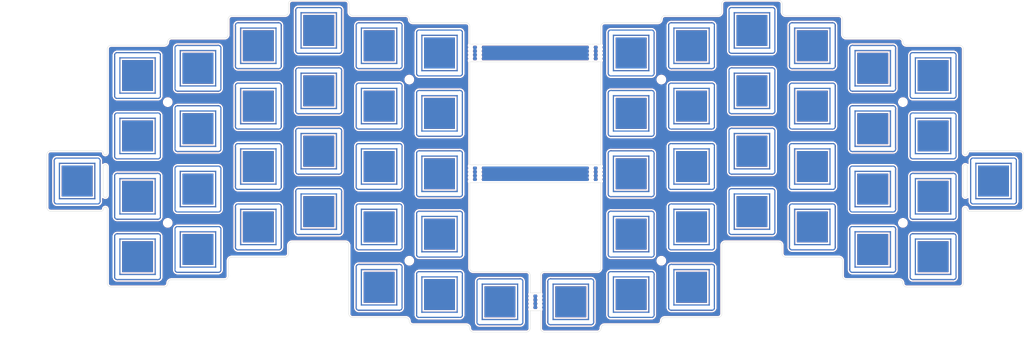
<source format=kicad_pcb>
(kicad_pcb (version 20211014) (generator pcbnew)
  (layers (0 "F.Cu" signal) (31 "B.Cu" signal) (34 "B.Paste" user) (35 "F.Paste" user) (36 "B.SilkS" user "B.Silkscreen") (37 "F.SilkS" user "F.Silkscreen") (38 "B.Mask" user) (39 "F.Mask" user) (44 "Edge.Cuts" user))
  (net 0 "")
  (footprint "jiran-ble-lite:Hole_Mount_M2" (layer "F.Cu") (at 167.005 111.506)
    (fp_text reference "H2" hide)
    (fp_text value "Hole_Mount_M2" hide)
    (pad "" np_thru_hole circle (at 0 0) (size 2.1 2.1) (drill 2.1) (layers *.Cu *.Mask))
  )
  (footprint "jiran-ble-lite:Mx_Cutout_1u" (layer "F.Cu") (at 176.53 160.274)
    (fp_text reference "REF**")
    (fp_text value "mx_cutout_1u")
    (pad "" thru_hole oval (at -6.4 0 270) (size 14.8 2) (drill oval 14 1.2) (layers *.Cu *.Mask))
    (pad "" thru_hole oval (at 6.4 -0.01 270) (size 14.8 2) (drill oval 14 1.2) (layers *.Cu *.Mask))
    (pad "" thru_hole oval (at 0 6.4) (size 14.8 2) (drill oval 14 1.2) (layers *.Cu *.Mask))
    (pad "" thru_hole oval (at 0 -6.4) (size 14.8 2) (drill oval 14 1.2) (layers *.Cu *.Mask))
  )
  (footprint "jiran-ble-lite:Mx_Cutout_1u" (layer "F.Cu") (at 100.33 146.05)
    (fp_text reference "REF**")
    (fp_text value "mx_cutout_1u")
    (pad "" thru_hole oval (at 0 -6.4) (size 14.8 2) (drill oval 14 1.2) (layers *.Cu *.Mask))
    (pad "" thru_hole oval (at 0 6.4) (size 14.8 2) (drill oval 14 1.2) (layers *.Cu *.Mask))
    (pad "" thru_hole oval (at 6.4 -0.01 270) (size 14.8 2) (drill oval 14 1.2) (layers *.Cu *.Mask))
    (pad "" thru_hole oval (at -6.4 0 270) (size 14.8 2) (drill oval 14 1.2) (layers *.Cu *.Mask))
  )
  (footprint "jiran-ble-lite:Mx_Cutout_1u" (layer "F.Cu") (at 119.38 157.988)
    (fp_text reference "REF**")
    (fp_text value "mx_cutout_1u")
    (pad "" thru_hole oval (at 0 -6.4) (size 14.8 2) (drill oval 14 1.2) (layers *.Cu *.Mask))
    (pad "" thru_hole oval (at 6.4 -0.01 270) (size 14.8 2) (drill oval 14 1.2) (layers *.Cu *.Mask))
    (pad "" thru_hole oval (at 0 6.4) (size 14.8 2) (drill oval 14 1.2) (layers *.Cu *.Mask))
    (pad "" thru_hole oval (at -6.4 0 270) (size 14.8 2) (drill oval 14 1.2) (layers *.Cu *.Mask))
  )
  (footprint "jiran-ble-lite:Hole_Mount_M4" (layer "F.Cu") (at 71.755 138.811)
    (fp_text reference "REF**" hide)
    (fp_text value "Hole_Mount_M4" hide)
  )
  (footprint "jiran-ble-lite:Mx_Cutout_1u" (layer "F.Cu") (at 157.48 157.988)
    (fp_text reference "REF**")
    (fp_text value "mx_cutout_1u")
    (pad "" thru_hole oval (at -6.4 0 270) (size 14.8 2) (drill oval 14 1.2) (layers *.Cu *.Mask))
    (pad "" thru_hole oval (at 6.4 -0.01 270) (size 14.8 2) (drill oval 14 1.2) (layers *.Cu *.Mask))
    (pad "" thru_hole oval (at 0 -6.4) (size 14.8 2) (drill oval 14 1.2) (layers *.Cu *.Mask))
    (pad "" thru_hole oval (at 0 6.4) (size 14.8 2) (drill oval 14 1.2) (layers *.Cu *.Mask))
  )
  (footprint "jiran-ble-lite:Mx_Cutout_1u" (layer "F.Cu") (at 157.48 100.838)
    (fp_text reference "REF**")
    (fp_text value "mx_cutout_1u")
    (pad "" thru_hole oval (at 6.4 -0.01 270) (size 14.8 2) (drill oval 14 1.2) (layers *.Cu *.Mask))
    (pad "" thru_hole oval (at -6.4 0 270) (size 14.8 2) (drill oval 14 1.2) (layers *.Cu *.Mask))
    (pad "" thru_hole oval (at 0 6.4) (size 14.8 2) (drill oval 14 1.2) (layers *.Cu *.Mask))
    (pad "" thru_hole oval (at 0 -6.4) (size 14.8 2) (drill oval 14 1.2) (layers *.Cu *.Mask))
  )
  (footprint "jiran-ble-lite:Mx_Cutout_1u" (layer "F.Cu") (at 138.43 96.012)
    (fp_text reference "REF**")
    (fp_text value "mx_cutout_1u")
    (pad "" thru_hole oval (at 0 -6.4) (size 14.8 2) (drill oval 14 1.2) (layers *.Cu *.Mask))
    (pad "" thru_hole oval (at 0 6.4) (size 14.8 2) (drill oval 14 1.2) (layers *.Cu *.Mask))
    (pad "" thru_hole oval (at 6.4 -0.01 270) (size 14.8 2) (drill oval 14 1.2) (layers *.Cu *.Mask))
    (pad "" thru_hole oval (at -6.4 0 270) (size 14.8 2) (drill oval 14 1.2) (layers *.Cu *.Mask))
  )
  (footprint "jiran-ble-lite:Mx_Cutout_1u" (layer "F.Cu") (at 138.43 153.162)
    (fp_text reference "REF**")
    (fp_text value "mx_cutout_1u")
    (pad "" thru_hole oval (at 0 -6.4) (size 14.8 2) (drill oval 14 1.2) (layers *.Cu *.Mask))
    (pad "" thru_hole oval (at 6.4 -0.01 270) (size 14.8 2) (drill oval 14 1.2) (layers *.Cu *.Mask))
    (pad "" thru_hole oval (at -6.4 0 270) (size 14.8 2) (drill oval 14 1.2) (layers *.Cu *.Mask))
    (pad "" thru_hole oval (at 0 6.4) (size 14.8 2) (drill oval 14 1.2) (layers *.Cu *.Mask))
  )
  (footprint "jiran-ble-lite:Mx_Cutout_1u" (layer "F.Cu") (at 81.28 110.236)
    (fp_text reference "REF**")
    (fp_text value "mx_cutout_1u")
    (pad "" thru_hole oval (at 6.4 -0.01 270) (size 14.8 2) (drill oval 14 1.2) (layers *.Cu *.Mask))
    (pad "" thru_hole oval (at 0 -6.4) (size 14.8 2) (drill oval 14 1.2) (layers *.Cu *.Mask))
    (pad "" thru_hole oval (at -6.4 0 270) (size 14.8 2) (drill oval 14 1.2) (layers *.Cu *.Mask))
    (pad "" thru_hole oval (at 0 6.4) (size 14.8 2) (drill oval 14 1.2) (layers *.Cu *.Mask))
  )
  (footprint "jiran-ble-lite:Mx_Cutout_1u" (layer "F.Cu") (at 81.28 148.336)
    (fp_text reference "REF**")
    (fp_text value "mx_cutout_1u")
    (pad "" thru_hole oval (at 0 -6.4) (size 14.8 2) (drill oval 14 1.2) (layers *.Cu *.Mask))
    (pad "" thru_hole oval (at 0 6.4) (size 14.8 2) (drill oval 14 1.2) (layers *.Cu *.Mask))
    (pad "" thru_hole oval (at -6.4 0 270) (size 14.8 2) (drill oval 14 1.2) (layers *.Cu *.Mask))
    (pad "" thru_hole oval (at 6.4 -0.01 270) (size 14.8 2) (drill oval 14 1.2) (layers *.Cu *.Mask))
  )
  (footprint "jiran-ble-lite:Mx_Cutout_1u" (layer "F.Cu") (at 100.33 165.1)
    (fp_text reference "REF**")
    (fp_text value "mx_cutout_1u")
    (pad "" thru_hole oval (at 6.4 -0.01 270) (size 14.8 2) (drill oval 14 1.2) (layers *.Cu *.Mask))
    (pad "" thru_hole oval (at 0 6.4) (size 14.8 2) (drill oval 14 1.2) (layers *.Cu *.Mask))
    (pad "" thru_hole oval (at 0 -6.4) (size 14.8 2) (drill oval 14 1.2) (layers *.Cu *.Mask))
    (pad "" thru_hole oval (at -6.4 0 270) (size 14.8 2) (drill oval 14 1.2) (layers *.Cu *.Mask))
  )
  (footprint "jiran-ble-lite:Mx_Cutout_1u" (layer "F.Cu") (at 157.48 119.888)
    (fp_text reference "REF**")
    (fp_text value "mx_cutout_1u")
    (pad "" thru_hole oval (at 0 6.4) (size 14.8 2) (drill oval 14 1.2) (layers *.Cu *.Mask))
    (pad "" thru_hole oval (at -6.4 0 270) (size 14.8 2) (drill oval 14 1.2) (layers *.Cu *.Mask))
    (pad "" thru_hole oval (at 6.4 -0.01 270) (size 14.8 2) (drill oval 14 1.2) (layers *.Cu *.Mask))
    (pad "" thru_hole oval (at 0 -6.4) (size 14.8 2) (drill oval 14 1.2) (layers *.Cu *.Mask))
  )
  (footprint "jiran-ble-lite:Hole_Mount_M2" (layer "F.Cu") (at 90.805 118.618)
    (fp_text reference "H3" hide)
    (fp_text value "Hole_Mount_M2" hide)
    (pad "" np_thru_hole circle (at 0 0) (size 2.1 2.1) (drill 2.1) (layers *.Cu *.Mask))
  )
  (footprint "jiran-ble-lite:Mx_Cutout_1u" (layer "F.Cu") (at 176.53 122.174)
    (fp_text reference "REF**")
    (fp_text value "mx_cutout_1u")
    (pad "" thru_hole oval (at 0 -6.4) (size 14.8 2) (drill oval 14 1.2) (layers *.Cu *.Mask))
    (pad "" thru_hole oval (at -6.4 0 270) (size 14.8 2) (drill oval 14 1.2) (layers *.Cu *.Mask))
    (pad "" thru_hole oval (at 0 6.4) (size 14.8 2) (drill oval 14 1.2) (layers *.Cu *.Mask))
    (pad "" thru_hole oval (at 6.4 -0.01 270) (size 14.8 2) (drill oval 14 1.2) (layers *.Cu *.Mask))
  )
  (footprint "jiran-ble-lite:Mx_Cutout_1u" (layer "F.Cu") (at 176.53 179.324)
    (fp_text reference "REF**")
    (fp_text value "mx_cutout_1u")
    (pad "" thru_hole oval (at 0 6.4) (size 14.8 2) (drill oval 14 1.2) (layers *.Cu *.Mask))
    (pad "" thru_hole oval (at -6.4 0 270) (size 14.8 2) (drill oval 14 1.2) (layers *.Cu *.Mask))
    (pad "" thru_hole oval (at 6.4 -0.01 270) (size 14.8 2) (drill oval 14 1.2) (layers *.Cu *.Mask))
    (pad "" thru_hole oval (at 0 -6.4) (size 14.8 2) (drill oval 14 1.2) (layers *.Cu *.Mask))
  )
  (footprint "jiran-ble-lite:Mx_Cutout_1u" (layer "F.Cu") (at 157.48 177.038)
    (fp_text reference "REF**")
    (fp_text value "mx_cutout_1u")
    (pad "" thru_hole oval (at 0 6.4) (size 14.8 2) (drill oval 14 1.2) (layers *.Cu *.Mask))
    (pad "" thru_hole oval (at -6.4 0 270) (size 14.8 2) (drill oval 14 1.2) (layers *.Cu *.Mask))
    (pad "" thru_hole oval (at 6.4 -0.01 270) (size 14.8 2) (drill oval 14 1.2) (layers *.Cu *.Mask))
    (pad "" thru_hole oval (at 0 -6.4) (size 14.8 2) (drill oval 14 1.2) (layers *.Cu *.Mask))
  )
  (footprint "jiran-ble-lite:Mx_Cutout_1u" (layer "F.Cu") (at 100.33 127)
    (fp_text reference "REF**")
    (fp_text value "mx_cutout_1u")
    (pad "" thru_hole oval (at 0 6.4) (size 14.8 2) (drill oval 14 1.2) (layers *.Cu *.Mask))
    (pad "" thru_hole oval (at 6.4 -0.01 270) (size 14.8 2) (drill oval 14 1.2) (layers *.Cu *.Mask))
    (pad "" thru_hole oval (at 0 -6.4) (size 14.8 2) (drill oval 14 1.2) (layers *.Cu *.Mask))
    (pad "" thru_hole oval (at -6.4 0 270) (size 14.8 2) (drill oval 14 1.2) (layers *.Cu *.Mask))
  )
  (footprint "jiran-ble-lite:Mx_Cutout_1u" (layer "F.Cu") (at 195.58 181.61)
    (fp_text reference "REF**")
    (fp_text value "mx_cutout_1u")
    (pad "" thru_hole oval (at 6.4 -0.01 270) (size 14.8 2) (drill oval 14 1.2) (layers *.Cu *.Mask))
    (pad "" thru_hole oval (at -6.4 0 270) (size 14.8 2) (drill oval 14 1.2) (layers *.Cu *.Mask))
    (pad "" thru_hole oval (at 0 -6.4) (size 14.8 2) (drill oval 14 1.2) (layers *.Cu *.Mask))
    (pad "" thru_hole oval (at 0 6.4) (size 14.8 2) (drill oval 14 1.2) (layers *.Cu *.Mask))
  )
  (footprint "jiran-ble-lite:Mx_Cutout_1u" (layer "F.Cu") (at 81.28 129.286)
    (fp_text reference "REF**")
    (fp_text value "mx_cutout_1u")
    (pad "" thru_hole oval (at 0 -6.4) (size 14.8 2) (drill oval 14 1.2) (layers *.Cu *.Mask))
    (pad "" thru_hole oval (at 6.4 -0.01 270) (size 14.8 2) (drill oval 14 1.2) (layers *.Cu *.Mask))
    (pad "" thru_hole oval (at 0 6.4) (size 14.8 2) (drill oval 14 1.2) (layers *.Cu *.Mask))
    (pad "" thru_hole oval (at -6.4 0 270) (size 14.8 2) (drill oval 14 1.2) (layers *.Cu *.Mask))
  )
  (footprint "jiran-ble-lite:Mx_Cutout_1u" (layer "F.Cu") (at 119.38 138.938)
    (fp_text reference "REF**")
    (fp_text value "mx_cutout_1u")
    (pad "" thru_hole oval (at 6.4 -0.01 270) (size 14.8 2) (drill oval 14 1.2) (layers *.Cu *.Mask))
    (pad "" thru_hole oval (at 0 6.4) (size 14.8 2) (drill oval 14 1.2) (layers *.Cu *.Mask))
    (pad "" thru_hole oval (at 0 -6.4) (size 14.8 2) (drill oval 14 1.2) (layers *.Cu *.Mask))
    (pad "" thru_hole oval (at -6.4 0 270) (size 14.8 2) (drill oval 14 1.2) (layers *.Cu *.Mask))
  )
  (footprint "jiran-ble-lite:Panel_2x5" (layer "F.Cu") (at 187.706 141.224 90)
    (fp_text reference "REF**" hide)
    (fp_text value "Panel_2x5" hide)
    (pad "" np_thru_hole circle (at 2.3814 -1.38915 90) (size 0.8 0.8) (drill 0.8) (layers *.Cu *.Mask))
    (pad "" np_thru_hole circle (at 2.3814 1.38915 90) (size 0.8 0.8) (drill 0.8) (layers *.Cu *.Mask))
    (pad "" np_thru_hole circle (at -2.3814 1.38915 90) (size 0.8 0.8) (drill 0.8) (layers *.Cu *.Mask))
    (pad "" np_thru_hole circle (at -1.1907 -1.38915 90) (size 0.8 0.8) (drill 0.8) (layers *.Cu *.Mask))
    (pad "" np_thru_hole circle (at -2.3814 -1.38915 90) (size 0.8 0.8) (drill 0.8) (layers *.Cu *.Mask))
    (pad "" np_thru_hole circle (at 1.1907 1.38915 90) (size 0.8 0.8) (drill 0.8) (layers *.Cu *.Mask))
    (pad "" np_thru_hole circle (at 0 -1.38915 90) (size 0.8 0.8) (drill 0.8) (layers *.Cu *.Mask))
    (pad "" np_thru_hole circle (at 0 1.38915 90) (size 0.8 0.8) (drill 0.8) (layers *.Cu *.Mask))
    (pad "" np_thru_hole circle (at -1.1907 1.38915 90) (size 0.8 0.8) (drill 0.8) (layers *.Cu *.Mask))
    (pad "" np_thru_hole circle (at 1.1907 -1.38915 90) (size 0.8 0.8) (drill 0.8) (layers *.Cu *.Mask))
  )
  (footprint "jiran-ble-lite:Mx_Cutout_1u" (layer "F.Cu") (at 138.43 134.112)
    (fp_text reference "REF**")
    (fp_text value "mx_cutout_1u")
    (pad "" thru_hole oval (at -6.4 0 270) (size 14.8 2) (drill oval 14 1.2) (layers *.Cu *.Mask))
    (pad "" thru_hole oval (at 0 6.4) (size 14.8 2) (drill oval 14 1.2) (layers *.Cu *.Mask))
    (pad "" thru_hole oval (at 0 -6.4) (size 14.8 2) (drill oval 14 1.2) (layers *.Cu *.Mask))
    (pad "" thru_hole oval (at 6.4 -0.01 270) (size 14.8 2) (drill oval 14 1.2) (layers *.Cu *.Mask))
  )
  (footprint "jiran-ble-lite:Mx_Cutout_1u" (layer "F.Cu") (at 138.43 115.062)
    (fp_text reference "REF**")
    (fp_text value "mx_cutout_1u")
    (pad "" thru_hole oval (at 0 -6.4) (size 14.8 2) (drill oval 14 1.2) (layers *.Cu *.Mask))
    (pad "" thru_hole oval (at 0 6.4) (size 14.8 2) (drill oval 14 1.2) (layers *.Cu *.Mask))
    (pad "" thru_hole oval (at -6.4 0 270) (size 14.8 2) (drill oval 14 1.2) (layers *.Cu *.Mask))
    (pad "" thru_hole oval (at 6.4 -0.01 270) (size 14.8 2) (drill oval 14 1.2) (layers *.Cu *.Mask))
  )
  (footprint "jiran-ble-lite:Panel_2x5" (layer "F.Cu") (at 187.706 103.124 90)
    (fp_text reference "REF**" hide)
    (fp_text value "Panel_2x5" hide)
    (pad "" np_thru_hole circle (at 2.3814 -1.38915 90) (size 0.8 0.8) (drill 0.8) (layers *.Cu *.Mask))
    (pad "" np_thru_hole circle (at 1.1907 1.38915 90) (size 0.8 0.8) (drill 0.8) (layers *.Cu *.Mask))
    (pad "" np_thru_hole circle (at -1.1907 1.38915 90) (size 0.8 0.8) (drill 0.8) (layers *.Cu *.Mask))
    (pad "" np_thru_hole circle (at -1.1907 -1.38915 90) (size 0.8 0.8) (drill 0.8) (layers *.Cu *.Mask))
    (pad "" np_thru_hole circle (at 0 -1.38915 90) (size 0.8 0.8) (drill 0.8) (layers *.Cu *.Mask))
    (pad "" np_thru_hole circle (at 1.1907 -1.38915 90) (size 0.8 0.8) (drill 0.8) (layers *.Cu *.Mask))
    (pad "" np_thru_hole circle (at -2.3814 -1.38915 90) (size 0.8 0.8) (drill 0.8) (layers *.Cu *.Mask))
    (pad "" np_thru_hole circle (at -2.3814 1.38915 90) (size 0.8 0.8) (drill 0.8) (layers *.Cu *.Mask))
    (pad "" np_thru_hole circle (at 0 1.38915 90) (size 0.8 0.8) (drill 0.8) (layers *.Cu *.Mask))
    (pad "" np_thru_hole circle (at 2.3814 1.38915 90) (size 0.8 0.8) (drill 0.8) (layers *.Cu *.Mask))
  )
  (footprint "jiran-ble-lite:Hole_Mount_M2" (layer "F.Cu") (at 90.805 156.718)
    (fp_text reference "H4" hide)
    (fp_text value "Hole_Mount_M2" hide)
    (pad "" np_thru_hole circle (at 0 0) (size 2.1 2.1) (drill 2.1) (layers *.Cu *.Mask))
  )
  (footprint "jiran-ble-lite:Mx_Cutout_1u" (layer "F.Cu") (at 176.53 103.124)
    (fp_text reference "REF**")
    (fp_text value "mx_cutout_1u")
    (pad "" thru_hole oval (at -6.4 0 270) (size 14.8 2) (drill oval 14 1.2) (layers *.Cu *.Mask))
    (pad "" thru_hole oval (at 0 -6.4) (size 14.8 2) (drill oval 14 1.2) (layers *.Cu *.Mask))
    (pad "" thru_hole oval (at 0 6.4) (size 14.8 2) (drill oval 14 1.2) (layers *.Cu *.Mask))
    (pad "" thru_hole oval (at 6.4 -0.01 270) (size 14.8 2) (drill oval 14 1.2) (layers *.Cu *.Mask))
  )
  (footprint "jiran-ble-lite:Mx_Cutout_1u" (layer "F.Cu") (at 119.38 119.888)
    (fp_text reference "REF**")
    (fp_text value "mx_cutout_1u")
    (pad "" thru_hole oval (at 6.4 -0.01 270) (size 14.8 2) (drill oval 14 1.2) (layers *.Cu *.Mask))
    (pad "" thru_hole oval (at 0 -6.4) (size 14.8 2) (drill oval 14 1.2) (layers *.Cu *.Mask))
    (pad "" thru_hole oval (at 0 6.4) (size 14.8 2) (drill oval 14 1.2) (layers *.Cu *.Mask))
    (pad "" thru_hole oval (at -6.4 0 270) (size 14.8 2) (drill oval 14 1.2) (layers *.Cu *.Mask))
  )
  (footprint "jiran-ble-lite:Mx_Cutout_1u" (layer "F.Cu") (at 157.48 138.938)
    (fp_text reference "REF**")
    (fp_text value "mx_cutout_1u")
    (pad "" thru_hole oval (at 6.4 -0.01 270) (size 14.8 2) (drill oval 14 1.2) (layers *.Cu *.Mask))
    (pad "" thru_hole oval (at -6.4 0 270) (size 14.8 2) (drill oval 14 1.2) (layers *.Cu *.Mask))
    (pad "" thru_hole oval (at 0 -6.4) (size 14.8 2) (drill oval 14 1.2) (layers *.Cu *.Mask))
    (pad "" thru_hole oval (at 0 6.4) (size 14.8 2) (drill oval 14 1.2) (layers *.Cu *.Mask))
  )
  (footprint "jiran-ble-lite:Mx_Cutout_1u" (layer "F.Cu") (at 62.23 143.51)
    (fp_text reference "REF**")
    (fp_text value "mx_cutout_1u")
    (pad "" thru_hole oval (at 0 -6.4) (size 14.8 2) (drill oval 14 1.2) (layers *.Cu *.Mask))
    (pad "" thru_hole oval (at -6.4 0 270) (size 14.8 2) (drill oval 14 1.2) (layers *.Cu *.Mask))
    (pad "" thru_hole oval (at 0 6.4) (size 14.8 2) (drill oval 14 1.2) (layers *.Cu *.Mask))
    (pad "" thru_hole oval (at 6.4 -0.01 270) (size 14.8 2) (drill oval 14 1.2) (layers *.Cu *.Mask))
  )
  (footprint "jiran-ble-lite:Hole_Mount_M2" (layer "F.Cu") (at 167.005 168.656)
    (fp_text reference "H1" hide)
    (fp_text value "Hole_Mount_M2" hide)
    (pad "" np_thru_hole circle (at 0 0) (size 2.1 2.1) (drill 2.1) (layers *.Cu *.Mask))
  )
  (footprint "jiran-ble-lite:Panel_2x5" (layer "F.Cu") (at 225.806 141.224 90)
    (fp_text reference "REF**" hide)
    (fp_text value "Panel_2x5" hide)
    (pad "" np_thru_hole circle (at 0 1.38915 90) (size 0.8 0.8) (drill 0.8) (layers *.Cu *.Mask))
    (pad "" np_thru_hole circle (at 1.1907 1.38915 90) (size 0.8 0.8) (drill 0.8) (layers *.Cu *.Mask))
    (pad "" np_thru_hole circle (at -2.3814 -1.38915 90) (size 0.8 0.8) (drill 0.8) (layers *.Cu *.Mask))
    (pad "" np_thru_hole circle (at -1.1907 -1.38915 90) (size 0.8 0.8) (drill 0.8) (layers *.Cu *.Mask))
    (pad "" np_thru_hole circle (at 2.3814 -1.38915 90) (size 0.8 0.8) (drill 0.8) (layers *.Cu *.Mask))
    (pad "" np_thru_hole circle (at 0 -1.38915 90) (size 0.8 0.8) (drill 0.8) (layers *.Cu *.Mask))
    (pad "" np_thru_hole circle (at -1.1907 1.38915 90) (size 0.8 0.8) (drill 0.8) (layers *.Cu *.Mask))
    (pad "" np_thru_hole circle (at 2.3814 1.38915 90) (size 0.8 0.8) (drill 0.8) (layers *.Cu *.Mask))
    (pad "" np_thru_hole circle (at -2.3814 1.38915 90) (size 0.8 0.8) (drill 0.8) (layers *.Cu *.Mask))
    (pad "" np_thru_hole circle (at 1.1907 -1.38915 90) (size 0.8 0.8) (drill 0.8) (layers *.Cu *.Mask))
  )
  (footprint "jiran-ble-lite:Mx_Cutout_1u" (layer "F.Cu") (at 100.33 107.95)
    (fp_text reference "REF**")
    (fp_text value "mx_cutout_1u")
    (pad "" thru_hole oval (at 0 -6.4) (size 14.8 2) (drill oval 14 1.2) (layers *.Cu *.Mask))
    (pad "" thru_hole oval (at -6.4 0 270) (size 14.8 2) (drill oval 14 1.2) (layers *.Cu *.Mask))
    (pad "" thru_hole oval (at 6.4 -0.01 270) (size 14.8 2) (drill oval 14 1.2) (layers *.Cu *.Mask))
    (pad "" thru_hole oval (at 0 6.4) (size 14.8 2) (drill oval 14 1.2) (layers *.Cu *.Mask))
  )
  (footprint "jiran-ble-lite:Mx_Cutout_1u" (layer "F.Cu") (at 119.38 100.838)
    (fp_text reference "REF**")
    (fp_text value "mx_cutout_1u")
    (pad "" thru_hole oval (at 6.4 -0.01 270) (size 14.8 2) (drill oval 14 1.2) (layers *.Cu *.Mask))
    (pad "" thru_hole oval (at 0 -6.4) (size 14.8 2) (drill oval 14 1.2) (layers *.Cu *.Mask))
    (pad "" thru_hole oval (at 0 6.4) (size 14.8 2) (drill oval 14 1.2) (layers *.Cu *.Mask))
    (pad "" thru_hole oval (at -6.4 0 270) (size 14.8 2) (drill oval 14 1.2) (layers *.Cu *.Mask))
  )
  (footprint "jiran-ble-lite:Mx_Cutout_1u" (layer "F.Cu") (at 81.28 167.386)
    (fp_text reference "REF**")
    (fp_text value "mx_cutout_1u")
    (pad "" thru_hole oval (at 0 6.4) (size 14.8 2) (drill oval 14 1.2) (layers *.Cu *.Mask))
    (pad "" thru_hole oval (at -6.4 0 270) (size 14.8 2) (drill oval 14 1.2) (layers *.Cu *.Mask))
    (pad "" thru_hole oval (at 6.4 -0.01 270) (size 14.8 2) (drill oval 14 1.2) (layers *.Cu *.Mask))
    (pad "" thru_hole oval (at 0 -6.4) (size 14.8 2) (drill oval 14 1.2) (layers *.Cu *.Mask))
  )
  (footprint "jiran-ble-lite:Panel_2x5" (layer "F.Cu") (at 225.806 103.124 90)
    (fp_text reference "REF**" hide)
    (fp_text value "Panel_2x5" hide)
    (pad "" np_thru_hole circle (at 1.1907 1.38915 90) (size 0.8 0.8) (drill 0.8) (layers *.Cu *.Mask))
    (pad "" np_thru_hole circle (at -2.3814 1.38915 90) (size 0.8 0.8) (drill 0.8) (layers *.Cu *.Mask))
    (pad "" np_thru_hole circle (at 1.1907 -1.38915 90) (size 0.8 0.8) (drill 0.8) (layers *.Cu *.Mask))
    (pad "" np_thru_hole circle (at -1.1907 -1.38915 90) (size 0.8 0.8) (drill 0.8) (layers *.Cu *.Mask))
    (pad "" np_thru_hole circle (at -2.3814 -1.38915 90) (size 0.8 0.8) (drill 0.8) (layers *.Cu *.Mask))
    (pad "" np_thru_hole circle (at 2.3814 -1.38915 90) (size 0.8 0.8) (drill 0.8) (layers *.Cu *.Mask))
    (pad "" np_thru_hole circle (at 0 -1.38915 90) (size 0.8 0.8) (drill 0.8) (layers *.Cu *.Mask))
    (pad "" np_thru_hole circle (at -1.1907 1.38915 90) (size 0.8 0.8) (drill 0.8) (layers *.Cu *.Mask))
    (pad "" np_thru_hole circle (at 2.3814 1.38915 90) (size 0.8 0.8) (drill 0.8) (layers *.Cu *.Mask))
    (pad "" np_thru_hole circle (at 0 1.38915 90) (size 0.8 0.8) (drill 0.8) (layers *.Cu *.Mask))
  )
  (footprint "jiran-ble-lite:Panel_2x5" (layer "F.Cu") (at 206.756 181.61 90)
    (fp_text reference "REF**" hide)
    (fp_text value "Panel_2x5" hide)
    (pad "" np_thru_hole circle (at 0 1.38915 90) (size 0.8 0.8) (drill 0.8) (layers *.Cu *.Mask))
    (pad "" np_thru_hole circle (at 2.3814 1.38915 90) (size 0.8 0.8) (drill 0.8) (layers *.Cu *.Mask))
    (pad "" np_thru_hole circle (at -2.3814 -1.38915 90) (size 0.8 0.8) (drill 0.8) (layers *.Cu *.Mask))
    (pad "" np_thru_hole circle (at 1.1907 1.38915 90) (size 0.8 0.8) (drill 0.8) (layers *.Cu *.Mask))
    (pad "" np_thru_hole circle (at -1.1907 1.38915 90) (size 0.8 0.8) (drill 0.8) (layers *.Cu *.Mask))
    (pad "" np_thru_hole circle (at 0 -1.38915 90) (size 0.8 0.8) (drill 0.8) (layers *.Cu *.Mask))
    (pad "" np_thru_hole circle (at -2.3814 1.38915 90) (size 0.8 0.8) (drill 0.8) (layers *.Cu *.Mask))
    (pad "" np_thru_hole circle (at 1.1907 -1.38915 90) (size 0.8 0.8) (drill 0.8) (layers *.Cu *.Mask))
    (pad "" np_thru_hole circle (at -1.1907 -1.38915 90) (size 0.8 0.8) (drill 0.8) (layers *.Cu *.Mask))
    (pad "" np_thru_hole circle (at 2.3814 -1.38915 90) (size 0.8 0.8) (drill 0.8) (layers *.Cu *.Mask))
  )
  (footprint "jiran-ble-lite:Mx_Cutout_1u" (layer "F.Cu") (at 176.53 141.224)
    (fp_text reference "REF**")
    (fp_text value "mx_cutout_1u")
    (pad "" thru_hole oval (at -6.4 0 270) (size 14.8 2) (drill oval 14 1.2) (layers *.Cu *.Mask))
    (pad "" thru_hole oval (at 6.4 -0.01 270) (size 14.8 2) (drill oval 14 1.2) (layers *.Cu *.Mask))
    (pad "" thru_hole oval (at 0 -6.4) (size 14.8 2) (drill oval 14 1.2) (layers *.Cu *.Mask))
    (pad "" thru_hole oval (at 0 6.4) (size 14.8 2) (drill oval 14 1.2) (layers *.Cu *.Mask))
  )
  (footprint "jiran-ble-lite:Mx_Cutout_1u" (layer "B.Cu") (at 236.982 122.174 180)
    (fp_text reference "REF**")
    (fp_text value "mx_cutout_1u")
    (pad "" thru_hole oval (at 0 6.4 180) (size 14.8 2) (drill oval 14 1.2) (layers *.Cu *.Mask))
    (pad "" thru_hole oval (at 0 -6.4 180) (size 14.8 2) (drill oval 14 1.2) (layers *.Cu *.Mask))
    (pad "" thru_hole oval (at 6.4 0.01 270) (size 14.8 2) (drill oval 14 1.2) (layers *.Cu *.Mask))
    (pad "" thru_hole oval (at -6.4 0 270) (size 14.8 2) (drill oval 14 1.2) (layers *.Cu *.Mask))
  )
  (footprint "jiran-ble-lite:Mx_Cutout_1u" (layer "B.Cu") (at 256.032 177.038 180)
    (fp_text reference "REF**")
    (fp_text value "mx_cutout_1u")
    (pad "" thru_hole oval (at 0 -6.4 180) (size 14.8 2) (drill oval 14 1.2) (layers *.Cu *.Mask))
    (pad "" thru_hole oval (at -6.4 0 270) (size 14.8 2) (drill oval 14 1.2) (layers *.Cu *.Mask))
    (pad "" thru_hole oval (at 6.4 0.01 270) (size 14.8 2) (drill oval 14 1.2) (layers *.Cu *.Mask))
    (pad "" thru_hole oval (at 0 6.4 180) (size 14.8 2) (drill oval 14 1.2) (layers *.Cu *.Mask))
  )
  (footprint "jiran-ble-lite:Mx_Cutout_1u" (layer "B.Cu") (at 332.232 148.336 180)
    (fp_text reference "REF**")
    (fp_text value "mx_cutout_1u")
    (pad "" thru_hole oval (at 0 6.4 180) (size 14.8 2) (drill oval 14 1.2) (layers *.Cu *.Mask))
    (pad "" thru_hole oval (at 6.4 0.01 270) (size 14.8 2) (drill oval 14 1.2) (layers *.Cu *.Mask))
    (pad "" thru_hole oval (at 0 -6.4 180) (size 14.8 2) (drill oval 14 1.2) (layers *.Cu *.Mask))
    (pad "" thru_hole oval (at -6.4 0 270) (size 14.8 2) (drill oval 14 1.2) (layers *.Cu *.Mask))
  )
  (footprint "jiran-ble-lite:Mx_Cutout_1u" (layer "B.Cu") (at 313.182 107.95 180)
    (fp_text reference "REF**")
    (fp_text value "mx_cutout_1u")
    (pad "" thru_hole oval (at 0 -6.4 180) (size 14.8 2) (drill oval 14 1.2) (layers *.Cu *.Mask))
    (pad "" thru_hole oval (at 6.4 0.01 270) (size 14.8 2) (drill oval 14 1.2) (layers *.Cu *.Mask))
    (pad "" thru_hole oval (at 0 6.4 180) (size 14.8 2) (drill oval 14 1.2) (layers *.Cu *.Mask))
    (pad "" thru_hole oval (at -6.4 0 270) (size 14.8 2) (drill oval 14 1.2) (layers *.Cu *.Mask))
  )
  (footprint "jiran-ble-lite:Mx_Cutout_1u" (layer "B.Cu") (at 256.032 157.988 180)
    (fp_text reference "REF**")
    (fp_text value "mx_cutout_1u")
    (pad "" thru_hole oval (at 6.4 0.01 270) (size 14.8 2) (drill oval 14 1.2) (layers *.Cu *.Mask))
    (pad "" thru_hole oval (at 0 6.4 180) (size 14.8 2) (drill oval 14 1.2) (layers *.Cu *.Mask))
    (pad "" thru_hole oval (at 0 -6.4 180) (size 14.8 2) (drill oval 14 1.2) (layers *.Cu *.Mask))
    (pad "" thru_hole oval (at -6.4 0 270) (size 14.8 2) (drill oval 14 1.2) (layers *.Cu *.Mask))
  )
  (footprint "jiran-ble-lite:Hole_Mount_M2" (layer "B.Cu") (at 322.707 156.718 180)
    (fp_text reference "H4" hide)
    (fp_text value "Hole_Mount_M2" hide)
    (pad "" np_thru_hole circle (at 0 0 180) (size 2.1 2.1) (drill 2.1) (layers *.Cu *.Mask))
  )
  (footprint "jiran-ble-lite:Mx_Cutout_1u" (layer "B.Cu") (at 275.082 96.012 180)
    (fp_text reference "REF**")
    (fp_text value "mx_cutout_1u")
    (pad "" thru_hole oval (at 0 6.4 180) (size 14.8 2) (drill oval 14 1.2) (layers *.Cu *.Mask))
    (pad "" thru_hole oval (at 6.4 0.01 270) (size 14.8 2) (drill oval 14 1.2) (layers *.Cu *.Mask))
    (pad "" thru_hole oval (at -6.4 0 270) (size 14.8 2) (drill oval 14 1.2) (layers *.Cu *.Mask))
    (pad "" thru_hole oval (at 0 -6.4 180) (size 14.8 2) (drill oval 14 1.2) (layers *.Cu *.Mask))
  )
  (footprint "jiran-ble-lite:Mx_Cutout_1u" (layer "B.Cu") (at 332.232 110.236 180)
    (fp_text reference "REF**")
    (fp_text value "mx_cutout_1u")
    (pad "" thru_hole oval (at 0 6.4 180) (size 14.8 2) (drill oval 14 1.2) (layers *.Cu *.Mask))
    (pad "" thru_hole oval (at 0 -6.4 180) (size 14.8 2) (drill oval 14 1.2) (layers *.Cu *.Mask))
    (pad "" thru_hole oval (at -6.4 0 270) (size 14.8 2) (drill oval 14 1.2) (layers *.Cu *.Mask))
    (pad "" thru_hole oval (at 6.4 0.01 270) (size 14.8 2) (drill oval 14 1.2) (layers *.Cu *.Mask))
  )
  (footprint "jiran-ble-lite:Mx_Cutout_1u" (layer "B.Cu") (at 294.132 138.938 180)
    (fp_text reference "REF**")
    (fp_text value "mx_cutout_1u")
    (pad "" thru_hole oval (at 6.4 0.01 270) (size 14.8 2) (drill oval 14 1.2) (layers *.Cu *.Mask))
    (pad "" thru_hole oval (at 0 -6.4 180) (size 14.8 2) (drill oval 14 1.2) (layers *.Cu *.Mask))
    (pad "" thru_hole oval (at -6.4 0 270) (size 14.8 2) (drill oval 14 1.2) (layers *.Cu *.Mask))
    (pad "" thru_hole oval (at 0 6.4 180) (size 14.8 2) (drill oval 14 1.2) (layers *.Cu *.Mask))
  )
  (footprint "jiran-ble-lite:Mx_Cutout_1u" (layer "B.Cu") (at 351.282 143.51 180)
    (fp_text reference "REF**")
    (fp_text value "mx_cutout_1u")
    (pad "" thru_hole oval (at -6.4 0 270) (size 14.8 2) (drill oval 14 1.2) (layers *.Cu *.Mask))
    (pad "" thru_hole oval (at 0 6.4 180) (size 14.8 2) (drill oval 14 1.2) (layers *.Cu *.Mask))
    (pad "" thru_hole oval (at 6.4 0.01 270) (size 14.8 2) (drill oval 14 1.2) (layers *.Cu *.Mask))
    (pad "" thru_hole oval (at 0 -6.4 180) (size 14.8 2) (drill oval 14 1.2) (layers *.Cu *.Mask))
  )
  (footprint "jiran-ble-lite:Mx_Cutout_1u" (layer "B.Cu") (at 236.982 160.274 180)
    (fp_text reference "REF**")
    (fp_text value "mx_cutout_1u")
    (pad "" thru_hole oval (at 0 -6.4 180) (size 14.8 2) (drill oval 14 1.2) (layers *.Cu *.Mask))
    (pad "" thru_hole oval (at 0 6.4 180) (size 14.8 2) (drill oval 14 1.2) (layers *.Cu *.Mask))
    (pad "" thru_hole oval (at -6.4 0 270) (size 14.8 2) (drill oval 14 1.2) (layers *.Cu *.Mask))
    (pad "" thru_hole oval (at 6.4 0.01 270) (size 14.8 2) (drill oval 14 1.2) (layers *.Cu *.Mask))
  )
  (footprint "jiran-ble-lite:Mx_Cutout_1u" (layer "B.Cu") (at 236.982 179.324 180)
    (fp_text reference "REF**")
    (fp_text value "mx_cutout_1u")
    (pad "" thru_hole oval (at 0 -6.4 180) (size 14.8 2) (drill oval 14 1.2) (layers *.Cu *.Mask))
    (pad "" thru_hole oval (at 6.4 0.01 270) (size 14.8 2) (drill oval 14 1.2) (layers *.Cu *.Mask))
    (pad "" thru_hole oval (at -6.4 0 270) (size 14.8 2) (drill oval 14 1.2) (layers *.Cu *.Mask))
    (pad "" thru_hole oval (at 0 6.4 180) (size 14.8 2) (drill oval 14 1.2) (layers *.Cu *.Mask))
  )
  (footprint "jiran-ble-lite:Hole_Mount_M4" (layer "B.Cu") (at 341.757 138.811 180)
    (fp_text reference "REF**" hide)
    (fp_text value "Hole_Mount_M4" hide)
  )
  (footprint "jiran-ble-lite:Mx_Cutout_1u" (layer "B.Cu") (at 275.082 115.062 180)
    (fp_text reference "REF**")
    (fp_text value "mx_cutout_1u")
    (pad "" thru_hole oval (at 0 -6.4 180) (size 14.8 2) (drill oval 14 1.2) (layers *.Cu *.Mask))
    (pad "" thru_hole oval (at 6.4 0.01 270) (size 14.8 2) (drill oval 14 1.2) (layers *.Cu *.Mask))
    (pad "" thru_hole oval (at -6.4 0 270) (size 14.8 2) (drill oval 14 1.2) (layers *.Cu *.Mask))
    (pad "" thru_hole oval (at 0 6.4 180) (size 14.8 2) (drill oval 14 1.2) (layers *.Cu *.Mask))
  )
  (footprint "jiran-ble-lite:Mx_Cutout_1u" (layer "B.Cu") (at 294.132 157.988 180)
    (fp_text reference "REF**")
    (fp_text value "mx_cutout_1u")
    (pad "" thru_hole oval (at -6.4 0 270) (size 14.8 2) (drill oval 14 1.2) (layers *.Cu *.Mask))
    (pad "" thru_hole oval (at 0 -6.4 180) (size 14.8 2) (drill oval 14 1.2) (layers *.Cu *.Mask))
    (pad "" thru_hole oval (at 0 6.4 180) (size 14.8 2) (drill oval 14 1.2) (layers *.Cu *.Mask))
    (pad "" thru_hole oval (at 6.4 0.01 270) (size 14.8 2) (drill oval 14 1.2) (layers *.Cu *.Mask))
  )
  (footprint "jiran-ble-lite:Hole_Mount_M2" (layer "B.Cu") (at 322.707 118.618 180)
    (fp_text reference "H3" hide)
    (fp_text value "Hole_Mount_M2" hide)
    (pad "" np_thru_hole circle (at 0 0 180) (size 2.1 2.1) (drill 2.1) (layers *.Cu *.Mask))
  )
  (footprint "jiran-ble-lite:Mx_Cutout_1u" (layer "B.Cu") (at 275.082 134.112 180)
    (fp_text reference "REF**")
    (fp_text value "mx_cutout_1u")
    (pad "" thru_hole oval (at 0 -6.4 180) (size 14.8 2) (drill oval 14 1.2) (layers *.Cu *.Mask))
    (pad "" thru_hole oval (at 6.4 0.01 270) (size 14.8 2) (drill oval 14 1.2) (layers *.Cu *.Mask))
    (pad "" thru_hole oval (at -6.4 0 270) (size 14.8 2) (drill oval 14 1.2) (layers *.Cu *.Mask))
    (pad "" thru_hole oval (at 0 6.4 180) (size 14.8 2) (drill oval 14 1.2) (layers *.Cu *.Mask))
  )
  (footprint "jiran-ble-lite:Mx_Cutout_1u" (layer "B.Cu") (at 332.232 129.286 180)
    (fp_text reference "REF**")
    (fp_text value "mx_cutout_1u")
    (pad "" thru_hole oval (at 6.4 0.01 270) (size 14.8 2) (drill oval 14 1.2) (layers *.Cu *.Mask))
    (pad "" thru_hole oval (at -6.4 0 270) (size 14.8 2) (drill oval 14 1.2) (layers *.Cu *.Mask))
    (pad "" thru_hole oval (at 0 -6.4 180) (size 14.8 2) (drill oval 14 1.2) (layers *.Cu *.Mask))
    (pad "" thru_hole oval (at 0 6.4 180) (size 14.8 2) (drill oval 14 1.2) (layers *.Cu *.Mask))
  )
  (footprint "jiran-ble-lite:Mx_Cutout_1u" (layer "B.Cu") (at 294.132 100.838 180)
    (fp_text reference "REF**")
    (fp_text value "mx_cutout_1u")
    (pad "" thru_hole oval (at 0 6.4 180) (size 14.8 2) (drill oval 14 1.2) (layers *.Cu *.Mask))
    (pad "" thru_hole oval (at -6.4 0 270) (size 14.8 2) (drill oval 14 1.2) (layers *.Cu *.Mask))
    (pad "" thru_hole oval (at 0 -6.4 180) (size 14.8 2) (drill oval 14 1.2) (layers *.Cu *.Mask))
    (pad "" thru_hole oval (at 6.4 0.01 270) (size 14.8 2) (drill oval 14 1.2) (layers *.Cu *.Mask))
  )
  (footprint "jiran-ble-lite:Mx_Cutout_1u" (layer "B.Cu") (at 236.982 103.124 180)
    (fp_text reference "REF**")
    (fp_text value "mx_cutout_1u")
    (pad "" thru_hole oval (at 0 6.4 180) (size 14.8 2) (drill oval 14 1.2) (layers *.Cu *.Mask))
    (pad "" thru_hole oval (at 6.4 0.01 270) (size 14.8 2) (drill oval 14 1.2) (layers *.Cu *.Mask))
    (pad "" thru_hole oval (at 0 -6.4 180) (size 14.8 2) (drill oval 14 1.2) (layers *.Cu *.Mask))
    (pad "" thru_hole oval (at -6.4 0 270) (size 14.8 2) (drill oval 14 1.2) (layers *.Cu *.Mask))
  )
  (footprint "jiran-ble-lite:Mx_Cutout_1u" (layer "B.Cu") (at 256.032 138.938 180)
    (fp_text reference "REF**")
    (fp_text value "mx_cutout_1u")
    (pad "" thru_hole oval (at 0 6.4 180) (size 14.8 2) (drill oval 14 1.2) (layers *.Cu *.Mask))
    (pad "" thru_hole oval (at -6.4 0 270) (size 14.8 2) (drill oval 14 1.2) (layers *.Cu *.Mask))
    (pad "" thru_hole oval (at 0 -6.4 180) (size 14.8 2) (drill oval 14 1.2) (layers *.Cu *.Mask))
    (pad "" thru_hole oval (at 6.4 0.01 270) (size 14.8 2) (drill oval 14 1.2) (layers *.Cu *.Mask))
  )
  (footprint "jiran-ble-lite:Mx_Cutout_1u" (layer "B.Cu") (at 332.232 167.386 180)
    (fp_text reference "REF**")
    (fp_text value "mx_cutout_1u")
    (pad "" thru_hole oval (at 6.4 0.01 270) (size 14.8 2) (drill oval 14 1.2) (layers *.Cu *.Mask))
    (pad "" thru_hole oval (at 0 -6.4 180) (size 14.8 2) (drill oval 14 1.2) (layers *.Cu *.Mask))
    (pad "" thru_hole oval (at -6.4 0 270) (size 14.8 2) (drill oval 14 1.2) (layers *.Cu *.Mask))
    (pad "" thru_hole oval (at 0 6.4 180) (size 14.8 2) (drill oval 14 1.2) (layers *.Cu *.Mask))
  )
  (footprint "jiran-ble-lite:Hole_Mount_M2" (layer "B.Cu") (at 246.507 111.506 180)
    (fp_text reference "H2" hide)
    (fp_text value "Hole_Mount_M2" hide)
    (pad "" np_thru_hole circle (at 0 0 180) (size 2.1 2.1) (drill 2.1) (layers *.Cu *.Mask))
  )
  (footprint "jiran-ble-lite:Mx_Cutout_1u" (layer "B.Cu") (at 217.932 181.61 180)
    (fp_text reference "REF**")
    (fp_text value "mx_cutout_1u")
    (pad "" thru_hole oval (at 0 6.4 180) (size 14.8 2) (drill oval 14 1.2) (layers *.Cu *.Mask))
    (pad "" thru_hole oval (at 0 -6.4 180) (size 14.8 2) (drill oval 14 1.2) (layers *.Cu *.Mask))
    (pad "" thru_hole oval (at 6.4 0.01 270) (size 14.8 2) (drill oval 14 1.2) (layers *.Cu *.Mask))
    (pad "" thru_hole oval (at -6.4 0 270) (size 14.8 2) (drill oval 14 1.2) (layers *.Cu *.Mask))
  )
  (footprint "jiran-ble-lite:Mx_Cutout_1u" (layer "B.Cu") (at 256.032 119.888 180)
    (fp_text reference "REF**")
    (fp_text value "mx_cutout_1u")
    (pad "" thru_hole oval (at 0 6.4 180) (size 14.8 2) (drill oval 14 1.2) (layers *.Cu *.Mask))
    (pad "" thru_hole oval (at 0 -6.4 180) (size 14.8 2) (drill oval 14 1.2) (layers *.Cu *.Mask))
    (pad "" thru_hole oval (at 6.4 0.01 270) (size 14.8 2) (drill oval 14 1.2) (layers *.Cu *.Mask))
    (pad "" thru_hole oval (at -6.4 0 270) (size 14.8 2) (drill oval 14 1.2) (layers *.Cu *.Mask))
  )
  (footprint "jiran-ble-lite:Mx_Cutout_1u" (layer "B.Cu") (at 294.132 119.888 180)
    (fp_text reference "REF**")
    (fp_text value "mx_cutout_1u")
    (pad "" thru_hole oval (at 0 -6.4 180) (size 14.8 2) (drill oval 14 1.2) (layers *.Cu *.Mask))
    (pad "" thru_hole oval (at 6.4 0.01 270) (size 14.8 2) (drill oval 14 1.2) (layers *.Cu *.Mask))
    (pad "" thru_hole oval (at -6.4 0 270) (size 14.8 2) (drill oval 14 1.2) (layers *.Cu *.Mask))
    (pad "" thru_hole oval (at 0 6.4 180) (size 14.8 2) (drill oval 14 1.2) (layers *.Cu *.Mask))
  )
  (footprint "jiran-ble-lite:Mx_Cutout_1u" (layer "B.Cu") (at 313.182 127 180)
    (fp_text reference "REF**")
    (fp_text value "mx_cutout_1u")
    (pad "" thru_hole oval (at 0 6.4 180) (size 14.8 2) (drill oval 14 1.2) (layers *.Cu *.Mask))
    (pad "" thru_hole oval (at 6.4 0.01 270) (size 14.8 2) (drill oval 14 1.2) (layers *.Cu *.Mask))
    (pad "" thru_hole oval (at 0 -6.4 180) (size 14.8 2) (drill oval 14 1.2) (layers *.Cu *.Mask))
    (pad "" thru_hole oval (at -6.4 0 270) (size 14.8 2) (drill oval 14 1.2) (layers *.Cu *.Mask))
  )
  (footprint "jiran-ble-lite:Mx_Cutout_1u" (layer "B.Cu") (at 256.032 100.838 180)
    (fp_text reference "REF**")
    (fp_text value "mx_cutout_1u")
    (pad "" thru_hole oval (at 0 -6.4 180) (size 14.8 2) (drill oval 14 1.2) (layers *.Cu *.Mask))
    (pad "" thru_hole oval (at 0 6.4 180) (size 14.8 2) (drill oval 14 1.2) (layers *.Cu *.Mask))
    (pad "" thru_hole oval (at 6.4 0.01 270) (size 14.8 2) (drill oval 14 1.2) (layers *.Cu *.Mask))
    (pad "" thru_hole oval (at -6.4 0 270) (size 14.8 2) (drill oval 14 1.2) (layers *.Cu *.Mask))
  )
  (footprint "jiran-ble-lite:Mx_Cutout_1u" (layer "B.Cu") (at 236.982 141.224 180)
    (fp_text reference "REF**")
    (fp_text value "mx_cutout_1u")
    (pad "" thru_hole oval (at 0 6.4 180) (size 14.8 2) (drill oval 14 1.2) (layers *.Cu *.Mask))
    (pad "" thru_hole oval (at 6.4 0.01 270) (size 14.8 2) (drill oval 14 1.2) (layers *.Cu *.Mask))
    (pad "" thru_hole oval (at 0 -6.4 180) (size 14.8 2) (drill oval 14 1.2) (layers *.Cu *.Mask))
    (pad "" thru_hole oval (at -6.4 0 270) (size 14.8 2) (drill oval 14 1.2) (layers *.Cu *.Mask))
  )
  (footprint "jiran-ble-lite:Mx_Cutout_1u" (layer "B.Cu") (at 275.082 153.162 180)
    (fp_text reference "REF**")
    (fp_text value "mx_cutout_1u")
    (pad "" thru_hole oval (at 0 6.4 180) (size 14.8 2) (drill oval 14 1.2) (layers *.Cu *.Mask))
    (pad "" thru_hole oval (at -6.4 0 270) (size 14.8 2) (drill oval 14 1.2) (layers *.Cu *.Mask))
    (pad "" thru_hole oval (at 6.4 0.01 270) (size 14.8 2) (drill oval 14 1.2) (layers *.Cu *.Mask))
    (pad "" thru_hole oval (at 0 -6.4 180) (size 14.8 2) (drill oval 14 1.2) (layers *.Cu *.Mask))
  )
  (footprint "jiran-ble-lite:Hole_Mount_M2" (layer "B.Cu") (at 246.507 168.656 180)
    (fp_text reference "H1" hide)
    (fp_text value "Hole_Mount_M2" hide)
    (pad "" np_thru_hole circle (at 0 0 180) (size 2.1 2.1) (drill 2.1) (layers *.Cu *.Mask))
  )
  (footprint "jiran-ble-lite:Mx_Cutout_1u" (layer "B.Cu") (at 313.182 146.05 180)
    (fp_text reference "REF**")
    (fp_text value "mx_cutout_1u")
    (pad "" thru_hole oval (at 0 6.4 180) (size 14.8 2) (drill oval 14 1.2) (layers *.Cu *.Mask))
    (pad "" thru_hole oval (at -6.4 0 270) (size 14.8 2) (drill oval 14 1.2) (layers *.Cu *.Mask))
    (pad "" thru_hole oval (at 6.4 0.01 270) (size 14.8 2) (drill oval 14 1.2) (layers *.Cu *.Mask))
    (pad "" thru_hole oval (at 0 -6.4 180) (size 14.8 2) (drill oval 14 1.2) (layers *.Cu *.Mask))
  )
  (footprint "jiran-ble-lite:Mx_Cutout_1u" (layer "B.Cu") (at 313.182 165.1 180)
    (fp_text reference "REF**")
    (fp_text value "mx_cutout_1u")
    (pad "" thru_hole oval (at -6.4 0 270) (size 14.8 2) (drill oval 14 1.2) (layers *.Cu *.Mask))
    (pad "" thru_hole oval (at 0 -6.4 180) (size 14.8 2) (drill oval 14 1.2) (layers *.Cu *.Mask))
    (pad "" thru_hole oval (at 0 6.4 180) (size 14.8 2) (drill oval 14 1.2) (layers *.Cu *.Mask))
    (pad "" thru_hole oval (at 6.4 0.01 270) (size 14.8 2) (drill oval 14 1.2) (layers *.Cu *.Mask))
  )
  (gr_arc (start 246.507 187.706) (mid 246.841777 186.897777) (end 247.65 186.563) (layer "Edge.Cuts") (width 0.1))
  (gr_line (start 343.026996 148.082004) (end 343.026996 138.937996) (layer "Edge.Cuts") (width 0.1))
  (gr_line (start 208.407 184.404) (end 208.407 189.992) (layer "Edge.Cuts") (width 0.1))
  (gr_line (start 147.955 87.63) (end 147.955 90.17) (layer "Edge.Cuts") (width 0.1))
  (gr_arc (start 109.855 97.282) (mid 109.520223 98.090223) (end 108.712 98.425) (layer "Edge.Cuts") (width 0.1))
  (gr_line (start 247.65 91.313) (end 264.414 91.313) (layer "Edge.Cuts") (width 0.1))
  (gr_line (start 359.664 153.035) (end 343.662 153.035) (layer "Edge.Cuts") (width 0.1))
  (gr_arc (start 71.119992 135.254996) (mid 70.670982 135.06901) (end 70.484996 134.62) (layer "Edge.Cuts") (width 0.1))
  (gr_line (start 227.457 144.018) (end 186.055 144.018) (layer "Edge.Cuts") (width 0.1))
  (gr_line (start 127.762 167.513) (end 110.998 167.513) (layer "Edge.Cuts") (width 0.1))
  (gr_arc (start 321.564 174.625) (mid 322.372223 174.959777) (end 322.707 175.768) (layer "Edge.Cuts") (width 0.1))
  (gr_line (start 91.948 98.425) (end 108.712 98.425) (layer "Edge.Cuts") (width 0.1))
  (gr_arc (start 149.098 186.563) (mid 148.289777 186.228223) (end 147.955 185.42) (layer "Edge.Cuts") (width 0.1))
  (gr_arc (start 342.392 148.717) (mid 341.94299 148.531014) (end 341.757004 148.082004) (layer "Edge.Cuts") (width 0.1))
  (gr_line (start 245.364 188.849) (end 228.6 188.849) (layer "Edge.Cuts") (width 0.1))
  (gr_arc (start 165.862 91.313) (mid 166.670223 91.647777) (end 167.005 92.456) (layer "Edge.Cuts") (width 0.1))
  (gr_arc (start 146.812 86.487) (mid 147.620223 86.821777) (end 147.955 87.63) (layer "Edge.Cuts") (width 0.1))
  (gr_line (start 109.855 168.656) (end 109.855 173.482) (layer "Edge.Cuts") (width 0.1))
  (gr_line (start 69.85 153.035) (end 53.848 153.035) (layer "Edge.Cuts") (width 0.1))
  (gr_line (start 285.75 91.313) (end 302.514 91.313) (layer "Edge.Cuts") (width 0.1))
  (gr_line (start 203.962 191.135) (end 187.198 191.135) (layer "Edge.Cuts") (width 0.1))
  (gr_arc (start 184.912 188.849) (mid 185.720223 189.183777) (end 186.055 189.992) (layer "Edge.Cuts") (width 0.1))
  (gr_line (start 108.712 174.625) (end 91.948 174.625) (layer "Edge.Cuts") (width 0.1))
  (gr_line (start 110.998 91.313) (end 127.762 91.313) (layer "Edge.Cuts") (width 0.1))
  (gr_line (start 186.055 144.018) (end 186.055 170.942) (layer "Edge.Cuts") (width 0.1))
  (gr_line (start 360.807 135.128) (end 360.807 151.892) (layer "Edge.Cuts") (width 0.1))
  (gr_arc (start 341.757 175.768) (mid 341.422223 176.576223) (end 340.614 176.911) (layer "Edge.Cuts") (width 0.1))
  (gr_line (start 186.055 138.43) (end 227.457 138.43) (layer "Edge.Cuts") (width 0.1))
  (gr_line (start 187.198 172.085) (end 203.962 172.085) (layer "Edge.Cuts") (width 0.1))
  (gr_line (start 341.757 175.768) (end 341.757012 152.400004) (layer "Edge.Cuts") (width 0.1))
  (gr_arc (start 227.457 189.992) (mid 227.122223 190.800223) (end 226.314 191.135) (layer "Edge.Cuts") (width 0.1))
  (gr_line (start 168.148 93.599) (end 184.912 93.599) (layer "Edge.Cuts") (width 0.1))
  (gr_arc (start 109.855 168.656) (mid 110.189777 167.847777) (end 110.998 167.513) (layer "Edge.Cuts") (width 0.1))
  (gr_arc (start 343.027004 134.62) (mid 342.841018 135.06901) (end 342.392008 135.254996) (layer "Edge.Cuts") (width 0.1))
  (gr_line (start 304.8 98.425) (end 321.564 98.425) (layer "Edge.Cuts") (width 0.1))
  (gr_line (start 208.407 178.816) (end 208.407 173.228) (layer "Edge.Cuts") (width 0.1))
  (gr_arc (start 246.507 92.456) (mid 246.172223 93.264223) (end 245.364 93.599) (layer "Edge.Cuts") (width 0.1))
  (gr_line (start 265.557 163.83) (end 265.557 185.42) (layer "Edge.Cuts") (width 0.1))
  (gr_line (start 109.855 97.282) (end 109.855 92.456) (layer "Edge.Cuts") (width 0.1))
  (gr_line (start 70.485004 138.937996) (end 70.485004 148.082004) (layer "Edge.Cuts") (width 0.1))
  (gr_arc (start 208.407 173.228) (mid 208.741777 172.419777) (end 209.55 172.085) (layer "Edge.Cuts") (width 0.1))
  (gr_line (start 165.862 186.563) (end 149.098 186.563) (layer "Edge.Cuts") (width 0.1))
  (gr_arc (start 70.485004 138.937996) (mid 70.67099 138.488986) (end 71.12 138.303) (layer "Edge.Cuts") (width 0.1))
  (gr_line (start 184.912 188.849) (end 168.148 188.849) (layer "Edge.Cuts") (width 0.1))
  (gr_arc (start 285.75 91.313) (mid 284.941777 90.978223) (end 284.607 90.17) (layer "Edge.Cuts") (width 0.1))
  (gr_arc (start 227.457 170.942) (mid 227.122223 171.750223) (end 226.314 172.085) (layer "Edge.Cuts") (width 0.1))
  (gr_line (start 205.105 184.404) (end 208.407 184.404) (layer "Edge.Cuts") (width 0.1))
  (gr_line (start 266.7 86.487) (end 283.464 86.487) (layer "Edge.Cuts") (width 0.1))
  (gr_arc (start 69.85 133.985004) (mid 70.29901 134.17099) (end 70.484996 134.62) (layer "Edge.Cuts") (width 0.1))
  (gr_arc (start 265.557 87.63) (mid 265.891777 86.821777) (end 266.7 86.487) (layer "Edge.Cuts") (width 0.1))
  (gr_line (start 321.564 174.625) (end 304.8 174.625) (layer "Edge.Cuts") (width 0.1))
  (gr_arc (start 128.905 90.17) (mid 128.570223 90.978223) (end 127.762 91.313) (layer "Edge.Cuts") (width 0.1))
  (gr_arc (start 70.484996 152.400004) (mid 70.670982 151.950994) (end 71.119992 151.765008) (layer "Edge.Cuts") (width 0.1))
  (gr_arc (start 283.464 162.687) (mid 284.272223 163.021777) (end 284.607 163.83) (layer "Edge.Cuts") (width 0.1))
  (gr_arc (start 128.905 87.63) (mid 129.239777 86.821777) (end 130.048 86.487) (layer "Edge.Cuts") (width 0.1))
  (gr_line (start 149.098 91.313) (end 165.862 91.313) (layer "Edge.Cuts") (width 0.1))
  (gr_arc (start 72.898 176.911) (mid 72.089777 176.576223) (end 71.755 175.768) (layer "Edge.Cuts") (width 0.1))
  (gr_arc (start 343.026996 148.082004) (mid 342.84101 148.531014) (end 342.392 148.717) (layer "Edge.Cuts") (width 0.1))
  (gr_line (start 52.705 151.892) (end 52.705 135.128) (layer "Edge.Cuts") (width 0.1))
  (gr_arc (start 168.148 188.849) (mid 167.339777 188.514223) (end 167.005 187.706) (layer "Edge.Cuts") (width 0.1))
  (gr_arc (start 184.912 93.599) (mid 185.720223 93.933777) (end 186.055 94.742) (layer "Edge.Cuts") (width 0.1))
  (gr_arc (start 246.507 187.706) (mid 246.172223 188.514223) (end 245.364 188.849) (layer "Edge.Cuts") (width 0.1))
  (gr_line (start 264.414 186.563) (end 247.65 186.563) (layer "Edge.Cuts") (width 0.1))
  (gr_arc (start 265.557 185.42) (mid 265.222223 186.228223) (end 264.414 186.563) (layer "Edge.Cuts") (width 0.1))
  (gr_arc (start 168.148 93.599) (mid 167.339777 93.264223) (end 167.005 92.456) (layer "Edge.Cuts") (width 0.1))
  (gr_line (start 128.905 163.83) (end 128.905 166.37) (layer "Edge.Cuts") (width 0.1))
  (gr_line (start 303.657 173.482) (end 303.657 168.656) (layer "Edge.Cuts") (width 0.1))
  (gr_arc (start 304.8 174.625) (mid 303.991777 174.290223) (end 303.657 173.482) (layer "Edge.Cuts") (width 0.1))
  (gr_arc (start 323.85 176.911) (mid 323.041777 176.576223) (end 322.707 175.768) (layer "Edge.Cuts") (width 0.1))
  (gr_line (start 72.898 100.711) (end 89.662 100.711) (layer "Edge.Cuts") (width 0.1))
  (gr_arc (start 321.564 98.425) (mid 322.372223 98.759777) (end 322.707 99.568) (layer "Edge.Cuts") (width 0.1))
  (gr_line (start 128.905 90.17) (end 128.905 87.63) (layer "Edge.Cuts") (width 0.1))
  (gr_line (start 227.457 170.942) (end 227.457 144.018) (layer "Edge.Cuts") (width 0.1))
  (gr_line (start 186.055 105.918) (end 227.457 105.918) (layer "Edge.Cuts") (width 0.1))
  (gr_arc (start 165.862 186.563) (mid 166.670223 186.897777) (end 167.005 187.706) (layer "Edge.Cuts") (width 0.1))
  (gr_line (start 323.85 100.711) (end 340.614 100.711) (layer "Edge.Cuts") (width 0.1))
  (gr_arc (start 71.12 138.303) (mid 71.56901 138.488986) (end 71.754996 138.937996) (layer "Edge.Cuts") (width 0.1))
  (gr_line (start 227.457 138.43) (end 227.457 105.918) (layer "Edge.Cuts") (width 0.1))
  (gr_line (start 265.557 90.17) (end 265.557 87.63) (layer "Edge.Cuts") (width 0.1))
  (gr_arc (start 283.464 86.487) (mid 284.272223 86.821777) (end 284.607 87.63) (layer "Edge.Cuts") (width 0.1))
  (gr_arc (start 265.557 90.17) (mid 265.222223 90.978223) (end 264.414 91.313) (layer "Edge.Cuts") (width 0.1))
  (gr_arc (start 109.855 92.456) (mid 110.189777 91.647777) (end 110.998 91.313) (layer "Edge.Cuts") (width 0.1))
  (gr_arc (start 302.514 91.313) (mid 303.322223 91.647777) (end 303.657 92.456) (layer "Edge.Cuts") (width 0.1))
  (gr_arc (start 109.855 173.482) (mid 109.520223 174.290223) (end 108.712 174.625) (layer "Edge.Cuts") (width 0.1))
  (gr_arc (start 304.8 98.425) (mid 303.991777 98.090223) (end 303.657 97.282) (layer "Edge.Cuts") (width 0.1))
  (gr_arc (start 146.812 162.687) (mid 147.620223 163.021777) (end 147.955 163.83) (layer "Edge.Cuts") (width 0.1))
  (gr_line (start 205.105 184.404) (end 205.105 189.992) (layer "Edge.Cuts") (width 0.1))
  (gr_line (start 341.757011 134.619999) (end 341.757 101.854) (layer "Edge.Cuts") (width 0.1))
  (gr_line (start 303.657 92.456) (end 303.657 97.282) (layer "Edge.Cuts") (width 0.1))
  (gr_arc (start 90.805 99.568) (mid 91.139777 98.759777) (end 91.948 98.425) (layer "Edge.Cuts") (width 0.1))
  (gr_line (start 71.754988 152.400004) (end 71.755 175.768) (layer "Edge.Cuts") (width 0.1))
  (gr_arc (start 285.75 167.513) (mid 284.941777 167.178223) (end 284.607 166.37) (layer "Edge.Cuts") (width 0.1))
  (gr_arc (start 53.848 153.035) (mid 53.039777 152.700223) (end 52.705 151.892) (layer "Edge.Cuts") (width 0.1))
  (gr_line (start 227.457 100.33) (end 186.055 100.33) (layer "Edge.Cuts") (width 0.1))
  (gr_line (start 186.055 100.33) (end 186.055 94.742) (layer "Edge.Cuts") (width 0.1))
  (gr_arc (start 342.392007 135.254995) (mid 341.942997 135.069009) (end 341.757011 134.619999) (layer "Edge.Cuts") (width 0.1))
  (gr_arc (start 209.55 191.135) (mid 208.741777 190.800223) (end 208.407 189.992) (layer "Edge.Cuts") (width 0.1))
  (gr_arc (start 128.905 163.83) (mid 129.239777 163.021777) (end 130.048 162.687) (layer "Edge.Cuts") (width 0.1))
  (gr_line (start 343.662 133.985004) (end 359.664 133.985) (layer "Edge.Cuts") (width 0.1))
  (gr_arc (start 90.805 175.768) (mid 90.470223 176.576223) (end 89.662 176.911) (layer "Edge.Cuts") (width 0.1))
  (gr_arc (start 227.457 189.992) (mid 227.791777 189.183777) (end 228.6 188.849) (layer "Edge.Cuts") (width 0.1))
  (gr_arc (start 90.805 175.768) (mid 91.139777 174.959777) (end 91.948 174.625) (layer "Edge.Cuts") (width 0.1))
  (gr_arc (start 341.757012 152.400004) (mid 341.942998 151.950994) (end 342.392008 151.765008) (layer "Edge.Cuts") (width 0.1))
  (gr_line (start 227.457 94.742) (end 227.457 100.33) (layer "Edge.Cuts") (width 0.1))
  (gr_line (start 341.757004 138.937996) (end 341.757004 148.082004) (layer "Edge.Cuts") (width 0.1))
  (gr_arc (start 71.12 148.717) (mid 70.67099 148.531014) (end 70.485004 148.082004) (layer "Edge.Cuts") (width 0.1))
  (gr_line (start 89.662 176.911) (end 72.898 176.911) (layer "Edge.Cuts") (width 0.1))
  (gr_arc (start 360.807 151.892) (mid 360.472223 152.700223) (end 359.664 153.035) (layer "Edge.Cuts") (width 0.1))
  (gr_line (start 205.105 178.816) (end 208.407 178.816) (layer "Edge.Cuts") (width 0.1))
  (gr_arc (start 187.198 172.085) (mid 186.389777 171.750223) (end 186.055 170.942) (layer "Edge.Cuts") (width 0.1))
  (gr_line (start 205.105 173.228) (end 205.105 178.816) (layer "Edge.Cuts") (width 0.1))
  (gr_line (start 130.048 86.487) (end 146.812 86.487) (layer "Edge.Cuts") (width 0.1))
  (gr_line (start 284.607 166.37) (end 284.607 163.83) (layer "Edge.Cuts") (width 0.1))
  (gr_arc (start 203.962 172.085) (mid 204.770223 172.419777) (end 205.105 173.228) (layer "Edge.Cuts") (width 0.1))
  (gr_line (start 146.812 162.687) (end 130.048 162.687) (layer "Edge.Cuts") (width 0.1))
  (gr_arc (start 90.805 99.568) (mid 90.470223 100.376223) (end 89.662 100.711) (layer "Edge.Cuts") (width 0.1))
  (gr_line (start 228.6 93.599) (end 245.364 93.599) (layer "Edge.Cuts") (width 0.1))
  (gr_arc (start 128.905 166.37) (mid 128.570223 167.178223) (end 127.762 167.513) (layer "Edge.Cuts") (width 0.1))
  (gr_arc (start 323.85 100.711) (mid 323.041777 100.376223) (end 322.707 99.568) (layer "Edge.Cuts") (width 0.1))
  (gr_arc (start 343.027004 134.62) (mid 343.21299 134.17099) (end 343.662 133.985004) (layer "Edge.Cuts") (width 0.1))
  (gr_arc (start 149.098 91.313) (mid 148.289777 90.978223) (end 147.955 90.17) (layer "Edge.Cuts") (width 0.1))
  (gr_line (start 147.955 185.42) (end 147.955 163.83) (layer "Edge.Cuts") (width 0.1))
  (gr_arc (start 342.392008 151.765008) (mid 342.841018 151.950994) (end 343.027004 152.400004) (layer "Edge.Cuts") (width 0.1))
  (gr_line (start 302.514 167.513) (end 285.75 167.513) (layer "Edge.Cuts") (width 0.1))
  (gr_arc (start 205.105 189.992) (mid 204.770223 190.800223) (end 203.962 191.135) (layer "Edge.Cuts") (width 0.1))
  (gr_arc (start 71.754996 148.082004) (mid 71.56901 148.531014) (end 71.12 148.717) (layer "Edge.Cuts") (width 0.1))
  (gr_line (start 209.55 172.085) (end 226.314 172.085) (layer "Edge.Cuts") (width 0.1))
  (gr_arc (start 71.119992 151.765008) (mid 71.569002 151.950994) (end 71.754988 152.400004) (layer "Edge.Cuts") (width 0.1))
  (gr_arc (start 246.507 92.456) (mid 246.841777 91.647777) (end 247.65 91.313) (layer "Edge.Cuts") (width 0.1))
  (gr_arc (start 341.757004 138.937996) (mid 341.94299 138.488986) (end 342.392 138.303) (layer "Edge.Cuts") (width 0.1))
  (gr_line (start 226.314 191.135) (end 209.55 191.135) (layer "Edge.Cuts") (width 0.1))
  (gr_arc (start 52.705 135.128) (mid 53.039777 134.319777) (end 53.848 133.985) (layer "Edge.Cuts") (width 0.1))
  (gr_arc (start 187.198 191.135) (mid 186.389777 190.800223) (end 186.055 189.992) (layer "Edge.Cuts") (width 0.1))
  (gr_arc (start 342.392 138.303) (mid 342.84101 138.488986) (end 343.026996 138.937996) (layer "Edge.Cuts") (width 0.1))
  (gr_line (start 284.607 87.63) (end 284.607 90.17) (layer "Edge.Cuts") (width 0.1))
  (gr_line (start 283.464 162.687) (end 266.7 162.687) (layer "Edge.Cuts") (width 0.1))
  (gr_arc (start 343.662 153.035) (mid 343.21299 152.849014) (end 343.027004 152.400004) (layer "Edge.Cuts") (width 0.1))
  (gr_line (start 340.614 176.911) (end 323.85 176.911) (layer "Edge.Cuts") (width 0.1))
  (gr_arc (start 71.755 101.854) (mid 72.089777 101.045777) (end 72.898 100.711) (layer "Edge.Cuts") (width 0.1))
  (gr_line (start 71.754996 148.082004) (end 71.754996 138.937996) (layer "Edge.Cuts") (width 0.1))
  (gr_arc (start 70.484996 152.400004) (mid 70.29901 152.849014) (end 69.85 153.035) (layer "Edge.Cuts") (width 0.1))
  (gr_arc (start 227.457 94.742) (mid 227.791777 93.933777) (end 228.6 93.599) (layer "Edge.Cuts") (width 0.1))
  (gr_line (start 53.848 133.985) (end 69.85 133.985004) (layer "Edge.Cuts") (width 0.1))
  (gr_arc (start 265.557 163.83) (mid 265.891777 163.021777) (end 266.7 162.687) (layer "Edge.Cuts") (width 0.1))
  (gr_arc (start 340.614 100.711) (mid 341.422223 101.045777) (end 341.757 101.854) (layer "Edge.Cuts") (width 0.1))
  (gr_arc (start 302.514 167.513) (mid 303.322223 167.847777) (end 303.657 168.656) (layer "Edge.Cuts") (width 0.1))
  (gr_line (start 71.755 101.854) (end 71.754989 134.619999) (layer "Edge.Cuts") (width 0.1))
  (gr_line (start 186.055 105.918) (end 186.055 138.43) (layer "Edge.Cuts") (width 0.1))
  (gr_arc (start 359.664 133.985) (mid 360.472223 134.319777) (end 360.807 135.128) (layer "Edge.Cuts") (width 0.1))
  (gr_arc (start 71.754989 134.619999) (mid 71.569003 135.069009) (end 71.119993 135.254995) (layer "Edge.Cuts") (width 0.1))
  (zone (net 0) (net_name "") (layer "F.Cu") (connect_pads (clearance 0.508)) (min_thickness 0.254) (fill yes (thermal_gap 0.508) (thermal_bridge_width 0.508))
    (polygon (pts (xy 147.955 91.313) (xy 167.005 91.313) (xy 167.005 93.599) (xy 186.055 93.599) (xy 186.055 100.33) (xy 227.457 100.33) (xy 227.457 93.599) (xy 246.507 93.599) (xy 246.507 91.313) (xy 265.557 91.313) (xy 265.557 86.487) (xy 284.607 86.487) (xy 284.607 91.313) (xy 303.657 91.313) (xy 303.657 98.425) (xy 322.707 98.425) (xy 322.707 100.711) (xy 341.757 100.711) (xy 341.757 133.985) (xy 360.807 133.985) (xy 360.807 153.035) (xy 341.757 153.035) (xy 341.757 176.911) (xy 322.707 176.911) (xy 322.707 174.625) (xy 303.657 174.625) (xy 303.657 167.513) (xy 284.607 167.513) (xy 284.607 162.56) (xy 265.557 162.687) (xy 265.557 186.563) (xy 246.507 186.563) (xy 246.507 188.849) (xy 227.457 188.849) (xy 227.457 191.135) (xy 186.055 191.135) (xy 186.055 188.849) (xy 167.005 188.849) (xy 167.005 186.563) (xy 147.955 186.563) (xy 147.955 162.687) (xy 128.905 162.687) (xy 128.905 167.513) (xy 109.855 167.513) (xy 109.855 174.625) (xy 90.805 174.625) (xy 90.805 176.911) (xy 71.755 176.911) (xy 71.755 153.035) (xy 52.705 153.035) (xy 52.705 133.985) (xy 71.755 133.985) (xy 71.755 100.711) (xy 90.805 100.711) (xy 90.805 98.425) (xy 109.855 98.425) (xy 109.855 91.313) (xy 128.905 91.313) (xy 128.905 86.487) (xy 147.955 86.487)))
  )
  (zone (net 0) (net_name "") (layer "B.Cu") (connect_pads (clearance 0.508)) (min_thickness 0.254) (fill yes (thermal_gap 0.508) (thermal_bridge_width 0.508))
    (polygon (pts (xy 147.955 91.313) (xy 167.005 91.313) (xy 167.005 93.599) (xy 186.055 93.599) (xy 186.055 100.33) (xy 227.457 100.33) (xy 227.457 93.599) (xy 246.507 93.599) (xy 246.507 91.313) (xy 265.557 91.313) (xy 265.557 86.487) (xy 284.607 86.487) (xy 284.607 91.313) (xy 303.657 91.313) (xy 303.657 98.425) (xy 322.707 98.425) (xy 322.707 100.711) (xy 341.757 100.711) (xy 341.757 133.985) (xy 360.807 133.985) (xy 360.807 153.035) (xy 341.757 153.035) (xy 341.757 176.911) (xy 322.707 176.911) (xy 322.707 174.625) (xy 303.657 174.625) (xy 303.657 167.513) (xy 284.607 167.513) (xy 284.607 162.56) (xy 265.557 162.687) (xy 265.557 186.563) (xy 246.507 186.563) (xy 246.507 188.849) (xy 227.457 188.849) (xy 227.457 191.135) (xy 186.055 191.135) (xy 186.055 188.849) (xy 167.005 188.849) (xy 167.005 186.563) (xy 147.955 186.563) (xy 147.955 162.687) (xy 128.905 162.687) (xy 128.905 167.513) (xy 109.855 167.513) (xy 109.855 174.625) (xy 90.805 174.625) (xy 90.805 176.911) (xy 71.755 176.911) (xy 71.755 153.035) (xy 52.705 153.035) (xy 52.705 133.985) (xy 71.755 133.985) (xy 71.755 100.711) (xy 90.805 100.711) (xy 90.805 98.425) (xy 109.855 98.425) (xy 109.855 91.313) (xy 128.905 91.313) (xy 128.905 86.487) (xy 147.955 86.487)))
  )
)
</source>
